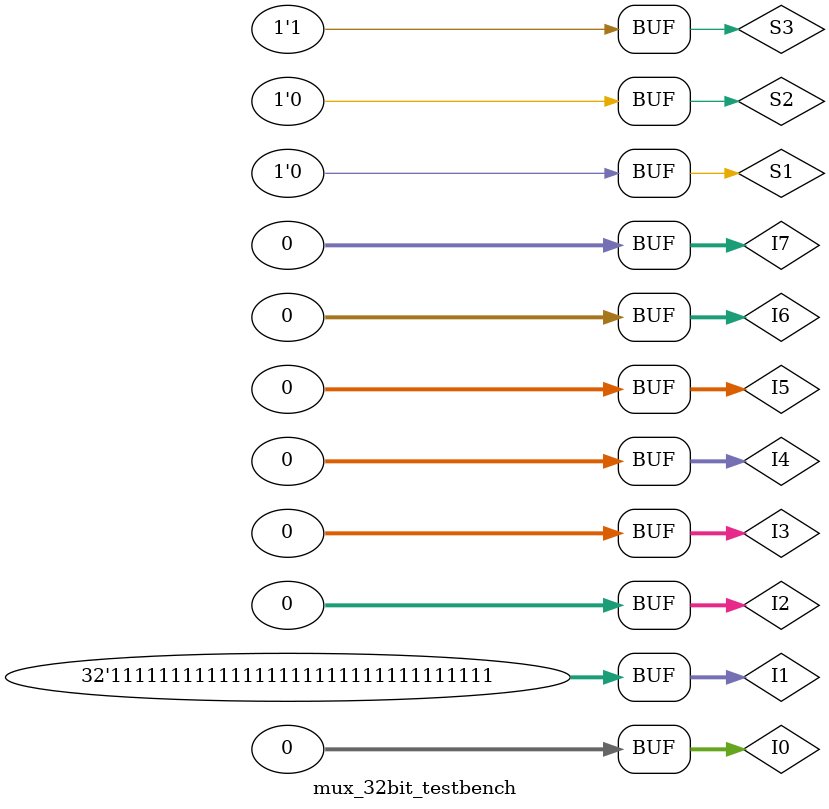
<source format=v>
`define DELAY 20
module mux_32bit_testbench();
reg   [31:0] I0, I1, I2, I3, I4, I5, I6, I7;
wire  [31:0] out;
reg   S1,S2,S3;
mux_32bit call(out, I0, I1, I2, I3, I4, I5, I6, I7, S1, S2, S3);

initial begin

I0=32'b00000000000000000000000000000000; 
I1=32'b11111111111111111111111111111111;
I2=32'b00000000000000000000000000000000; 
I3=32'b00000000000000000000000000000000;
I4=32'b00000000000000000000000000000000; 
I5=32'b00000000000000000000000000000000;
I6=32'b00000000000000000000000000000000; 
I7=32'b00000000000000000000000000000000;
S1=1'b0;
S2=1'b0;
S3=1'b1;
#`DELAY;

end

 
initial
begin
$monitor("time = %2d, RESULT=%32b", $time,out);
end
endmodule
</source>
